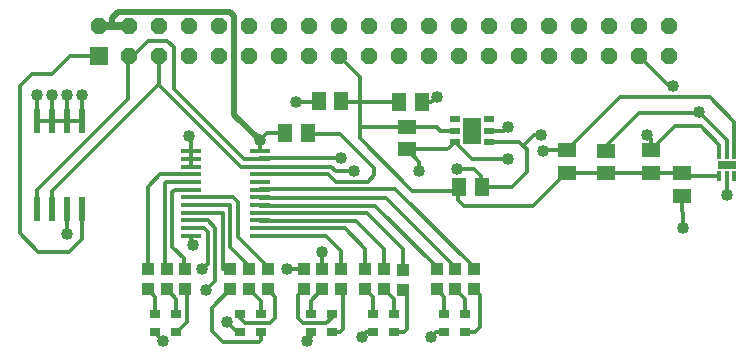
<source format=gtl>
G04 DipTrace 3.0.0.2*
G04 hobo.gtl*
%MOIN*%
G04 #@! TF.FileFunction,Copper,L1,Top*
G04 #@! TF.Part,Single*
%AMOUTLINE0*5,1,8,0,0,0.06,-22.499559*%
G04 #@! TA.AperFunction,Conductor*
%ADD14C,0.012992*%
%ADD15C,0.025984*%
%ADD16C,0.019685*%
%ADD24R,0.051181X0.059055*%
%ADD25R,0.059055X0.051181*%
%ADD26R,0.023622X0.07874*%
%ADD28R,0.033465X0.019685*%
%ADD29R,0.062992X0.086614*%
G04 #@! TA.AperFunction,ComponentPad*
%ADD31R,0.06X0.06*%
%ADD34R,0.03385X0.027559*%
%ADD36R,0.01378X0.033465*%
%ADD37R,0.059055X0.025591*%
%ADD38R,0.03937X0.043307*%
%ADD39R,0.070866X0.015748*%
G04 #@! TA.AperFunction,ViaPad*
%ADD40C,0.04*%
G04 #@! TA.AperFunction,ComponentPad*
%ADD75OUTLINE0*%
%FSLAX26Y26*%
G04*
G70*
G90*
G75*
G01*
G04 Top*
%LPD*%
X1749951Y1149951D2*
D14*
X1849950D1*
X1862450Y1137451D1*
X1910680D1*
X1910778Y1137353D1*
X1749951Y1149951D2*
X1593745D1*
Y1112638D1*
X1768932Y937451D1*
X1912450D1*
X1924950Y949951D1*
X1724982Y1231188D2*
X1593701D1*
Y1316535D1*
X1523228Y1387008D1*
X1593701Y1231188D2*
X1593745Y1149951D1*
X1531201Y1237451D2*
Y1231188D1*
X1593701D1*
X2791455Y984517D2*
X2679543D1*
X2669072Y994988D1*
X2565986D1*
X2564825Y996148D1*
X2284094Y997186D2*
X2410816D1*
X2413008Y994995D1*
X2563672D1*
X723228Y1387008D2*
X629276D1*
X567892Y1325625D1*
X500774D1*
X460790Y1285640D1*
Y794396D1*
X522196Y732991D1*
X625014D1*
X667856Y775832D1*
Y876517D1*
X668701Y877362D1*
X2284094Y997186D2*
X2282205D1*
X2170845Y885827D1*
X1940304D1*
X1920797Y905335D1*
Y945798D1*
X1924950Y949951D1*
X723228Y1487008D2*
D15*
X768466D1*
X823228D1*
X1031134Y1068630D2*
D14*
Y1043039D1*
Y1017449D1*
Y1068630D2*
Y1112517D1*
X1024950Y1118701D1*
X1259480Y1068630D2*
Y1106201D1*
X1262450D1*
X912451Y465895D2*
Y462450D1*
X937450Y437451D1*
X1431096Y465882D2*
Y449846D1*
X1418701Y437451D1*
X1637320Y465882D2*
X1615882D1*
X1599950Y449950D1*
X1874795Y465882D2*
X1847133D1*
X1831201Y449950D1*
X1193710Y465911D2*
X1183991D1*
X1149951Y499950D1*
X768466Y1487008D2*
D16*
Y1513804D1*
X788444Y1533782D1*
X1159584D1*
X1174812Y1518554D1*
Y1190869D1*
X1259480Y1106201D1*
X1344613Y1128710D2*
D14*
X1284959D1*
X1262450Y1106201D1*
X1456398Y1237451D2*
Y1231201D1*
X1381201D1*
X2024951Y1137353D2*
X2074853D1*
X2087451Y1149951D1*
X518701Y1168701D2*
X568701D1*
X618701D1*
X668701D1*
X518701D2*
Y1256201D1*
X568701Y1168701D2*
Y1256201D1*
X618701Y1168701D2*
Y1256201D1*
X668701Y1168701D2*
Y1256201D1*
X618701Y877362D2*
Y793701D1*
X1799785Y1231188D2*
X1831188D1*
X1849950Y1249950D1*
X1031134Y787134D2*
Y762518D1*
X1037451Y756201D1*
X2817046Y984517D2*
Y923427D1*
X2669072Y920185D2*
X2669451Y814009D1*
X2817046Y1059320D2*
Y1106629D1*
X2723717Y1199958D1*
X2638034Y1285640D2*
X2624596D1*
X2523228Y1387008D1*
X2413008Y1069798D2*
X2397915D1*
X2523791Y1195675D1*
X2719433D1*
X2723717Y1199958D1*
X1031134Y940677D2*
X978177D1*
X968701Y931201D1*
Y749951D1*
X1006201Y712451D1*
Y681201D1*
X1012451Y674950D1*
X1031134Y966268D2*
X947517D1*
X943701Y962451D1*
Y681206D1*
X949957Y674950D1*
X1031134Y991858D2*
X929358D1*
X887463Y949963D1*
Y674950D1*
X1031134Y863906D2*
X1137450D1*
Y674950D1*
X1162463D1*
X1031134Y889496D2*
X1162451D1*
Y749949D1*
X1224957Y687444D1*
Y674950D1*
X1031134Y915087D2*
X1172315D1*
X1187450Y899951D1*
Y781201D1*
X1287450Y681201D1*
Y674950D1*
X1531201D2*
Y737451D1*
X1481201Y787451D1*
X1259806D1*
X1259488Y787134D1*
X1031134Y812724D2*
X1074677D1*
X1087450Y799951D1*
Y693699D1*
X1068701Y674950D1*
X1349951D2*
X1406070D1*
X1406098Y674921D1*
X1031134Y838315D2*
X1086588D1*
X1112451Y812451D1*
Y637451D1*
X1081201Y606201D1*
X1468701Y731201D2*
Y674950D1*
X1737310Y673108D2*
Y743843D1*
X1618701Y862451D1*
X1260934D1*
X1259480Y863906D1*
X1674950Y674950D2*
Y743702D1*
X1581201Y837451D1*
X1260344D1*
X1259480Y838315D1*
X1612451Y674950D2*
Y743701D1*
X1543701Y812451D1*
X1259753D1*
X1259480Y812724D1*
X1974785Y674921D2*
Y681367D1*
X1712451Y943701D1*
X1262504D1*
X1259480Y940677D1*
X1912291Y674921D2*
Y681361D1*
X1681201Y912451D1*
X1262115D1*
X1259480Y915087D1*
X1849798Y674921D2*
Y681354D1*
X1643701Y887451D1*
X1261525D1*
X1259480Y889496D1*
Y991858D2*
X1489072D1*
X1514547Y966383D1*
X1620946D1*
X1642689Y988126D1*
Y1011730D1*
X1527030Y1127388D1*
X1420738D1*
X1419416Y1128710D1*
X982451Y465895D2*
X984646D1*
X1018701Y499950D1*
Y601772D1*
X1012451Y608021D1*
X1501096Y465882D2*
X1528383D1*
X1537451Y474950D1*
Y601770D1*
X1531201Y608021D1*
X1263710Y465911D2*
Y438710D1*
X1256201Y431201D1*
X1137450D1*
X1099950Y468701D1*
Y545508D1*
X1162463Y608021D1*
X1944795Y465882D2*
X1978382D1*
X1993701Y481201D1*
Y589076D1*
X1974785Y607992D1*
X1707320Y465882D2*
X1740882D1*
X1749950Y474950D1*
Y593538D1*
X1737310Y606178D1*
X982451Y524950D2*
Y575526D1*
X949957Y608021D1*
X1501096Y524937D2*
Y513596D1*
X1482717Y495217D1*
X1404902D1*
X1387451Y512668D1*
Y589345D1*
X1406098Y607992D1*
X1263710Y524966D2*
Y569268D1*
X1224957Y608021D1*
X1944795Y524937D2*
Y575488D1*
X1912291Y607992D1*
X1707320Y524937D2*
Y575651D1*
X1674950Y608021D1*
X912451Y524950D2*
Y583033D1*
X887463Y608021D1*
X1431096Y524937D2*
Y570416D1*
X1468701Y608021D1*
X1193710Y524966D2*
Y512441D1*
X1210169Y495982D1*
X1295983D1*
X1312451Y512450D1*
Y583020D1*
X1287450Y608021D1*
X1874795Y524937D2*
Y582995D1*
X1849798Y607992D1*
X1637320Y524937D2*
Y583152D1*
X1612451Y608021D1*
X568701Y877362D2*
Y936580D1*
X924902Y1292781D1*
Y1385335D1*
X923228Y1387008D1*
X924902Y1292781D2*
Y1289924D1*
X1197377Y1017449D1*
X1259480D1*
X2842636Y1059320D2*
Y1166720D1*
X2760845Y1248512D1*
X2460617D1*
X2284094Y1071990D1*
X1749951Y1075148D2*
X1885974D1*
X1890646Y1079820D1*
Y1079819D1*
X1910778Y1099951D1*
X2284094Y1071990D2*
X2205382D1*
X2202766Y1069374D1*
X2087496Y1042773D2*
X1967957D1*
X1910778Y1099951D1*
X1259480Y1017449D2*
X1498887D1*
X1515228Y1001108D1*
X1576598D1*
X1574239Y1003469D1*
X1792575D2*
Y1032525D1*
X1749951Y1075148D1*
X823228Y1387008D2*
X837008D1*
X887451Y1437451D1*
X951714D1*
X974395Y1414770D1*
Y1275507D1*
X1206862Y1043039D1*
X1259480D1*
X518701Y877362D2*
Y940845D1*
X822083Y1244227D1*
Y1385862D1*
X823228Y1387008D1*
X2791455Y1059320D2*
Y1090807D1*
X2730857Y1151406D1*
X2645280D1*
X2564825Y1070951D1*
X1999753Y949951D2*
X2099950D1*
X2149950Y999951D1*
Y1074950D1*
X2138664Y1086236D1*
X2124949Y1099951D1*
X2024951D1*
X2564825Y1070951D2*
Y1110370D1*
X2552352Y1122844D1*
X2196772D2*
X2175272D1*
X2138664Y1086236D1*
X1259480Y1043039D2*
Y1044774D1*
X1530571D1*
X1918856Y1009369D2*
X1975505D1*
X1999109Y985765D1*
Y950596D1*
X1999753Y949951D1*
D40*
X1024950Y1118701D3*
X1262450Y1106201D3*
X937450Y437451D3*
X1418701D3*
X1599950Y449950D3*
X1831201D3*
X1149951Y499950D3*
X1381201Y1231201D3*
X2087451Y1149951D3*
X568701Y1256201D3*
X618701D3*
X668701D3*
X618701Y793701D3*
X1849950Y1249950D3*
X1037451Y756201D3*
X2817046Y923427D3*
X2669451Y814009D3*
X2723717Y1199958D3*
X2638034Y1285640D3*
X1068701Y674950D3*
X1349951D3*
X1081201Y606201D3*
X1468701Y731201D3*
X2202766Y1069374D3*
X2087496Y1042773D3*
X1574239Y1003469D3*
X1792575D3*
X2552352Y1122844D3*
X2196772D3*
X1530571Y1044774D3*
X1918856Y1009369D3*
X518701Y1256201D3*
D24*
X1724982Y1231188D3*
X1799785D3*
D25*
X2669072Y994988D3*
Y920185D3*
D24*
X1531201Y1237451D3*
X1456398D3*
D26*
X668701Y1168701D3*
X618701D3*
X568701D3*
X518701D3*
Y877362D3*
X568701D3*
X618701D3*
X668701D3*
D28*
X2024951Y1099951D3*
Y1137353D3*
Y1174755D3*
X1910778D3*
Y1137353D3*
Y1099951D3*
D29*
X1967865Y1137353D3*
D31*
X723228Y1387008D3*
D75*
Y1487008D3*
X823228Y1387008D3*
Y1487008D3*
X923228Y1387008D3*
Y1487008D3*
X1023228Y1387008D3*
Y1487008D3*
X1123228Y1387008D3*
Y1487008D3*
X1223228Y1387008D3*
Y1487008D3*
X1323228Y1387008D3*
Y1487008D3*
X1423228Y1387008D3*
Y1487008D3*
X1523228Y1387008D3*
Y1487008D3*
X1623228Y1387008D3*
Y1487008D3*
X1723228Y1387008D3*
Y1487008D3*
X1823228Y1387008D3*
Y1487008D3*
X1923228Y1387008D3*
Y1487008D3*
X2023228Y1387008D3*
Y1487008D3*
X2123228Y1387008D3*
Y1487008D3*
X2223228Y1387008D3*
Y1487008D3*
X2323228Y1387008D3*
Y1487008D3*
X2423228Y1387008D3*
Y1487008D3*
X2523228Y1387008D3*
Y1487008D3*
X2623228Y1387008D3*
Y1487008D3*
D34*
X912451Y524950D3*
Y465895D3*
X982451D3*
Y524950D3*
X1431096Y524937D3*
Y465882D3*
X1501096D3*
Y524937D3*
X1193710Y524966D3*
Y465911D3*
X1263710D3*
Y524966D3*
X1874795Y524937D3*
Y465882D3*
X1944795D3*
Y524937D3*
X1637320D3*
Y465882D3*
X1707320D3*
Y524937D3*
D36*
X2791455Y984517D3*
X2817046D3*
X2842636D3*
Y1059320D3*
X2817046D3*
X2791455D3*
D37*
X2817046Y1021919D3*
D24*
X1419416Y1128710D3*
X1344613D3*
D25*
X1749951Y1149951D3*
Y1075148D3*
D24*
X1924950Y949951D3*
X1999753D3*
D25*
X2564825Y1070951D3*
Y996148D3*
X2413008Y1069798D3*
Y994995D3*
X2284094Y1071990D3*
Y997186D3*
D38*
X1012451Y674950D3*
Y608021D3*
X1531201Y674950D3*
Y608021D3*
X1162463Y674950D3*
Y608021D3*
X1974785Y674921D3*
Y607992D3*
X1737310Y673108D3*
Y606178D3*
X949957Y674950D3*
Y608021D3*
X1406098Y674921D3*
Y607992D3*
X1224957Y674950D3*
Y608021D3*
X1912291Y674921D3*
Y607992D3*
X1674950Y674950D3*
Y608021D3*
X887463Y674950D3*
Y608021D3*
X1468701Y674950D3*
Y608021D3*
X1287450Y674950D3*
Y608021D3*
X1849798Y674921D3*
Y607992D3*
X1612451Y674950D3*
Y608021D3*
D39*
X1031134Y1068630D3*
Y1043039D3*
Y1017449D3*
Y991858D3*
Y966268D3*
Y940677D3*
Y915087D3*
Y889496D3*
Y863906D3*
Y838315D3*
Y812724D3*
Y787134D3*
X1259488D3*
X1259480Y812724D3*
Y838315D3*
Y863906D3*
Y889496D3*
Y915087D3*
Y940677D3*
Y966268D3*
Y991858D3*
Y1017449D3*
Y1043039D3*
Y1068630D3*
M02*

</source>
